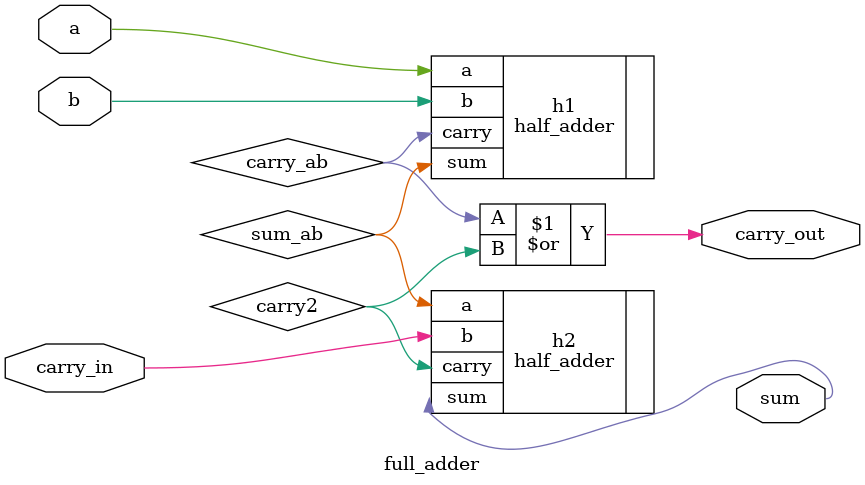
<source format=v>
module full_adder (
    input wire a,
    input wire b,
    input wire carry_in,
    output wire sum,
    output wire carry_out
);
    wire sum_ab;
    wire carry_ab;
    wire carry2;

    half_adder h1 (
        .a(a),
        .b(b),
        .sum(sum_ab),
        .carry(carry_ab)
    );

    half_adder h2 (
        .a(sum_ab),
        .b(carry_in),
        .sum(sum),
        .carry(carry2)
    );

    assign carry_out = carry_ab | carry2;
endmodule

</source>
